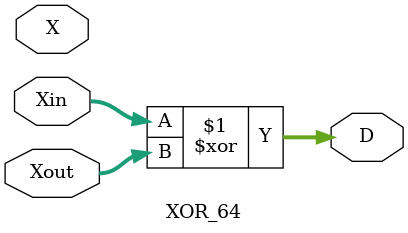
<source format=sv>
module XOR_64 (Xin,Xout,X,D);

parameter WIDTH = 64;

input 		[WIDTH-1:0] 	Xin;
input 		[WIDTH-1:0] 	Xout;
input 										X;

output		[WIDTH-1:0] 	D;

assign D = Xin ^ Xout;

endmodule 
</source>
